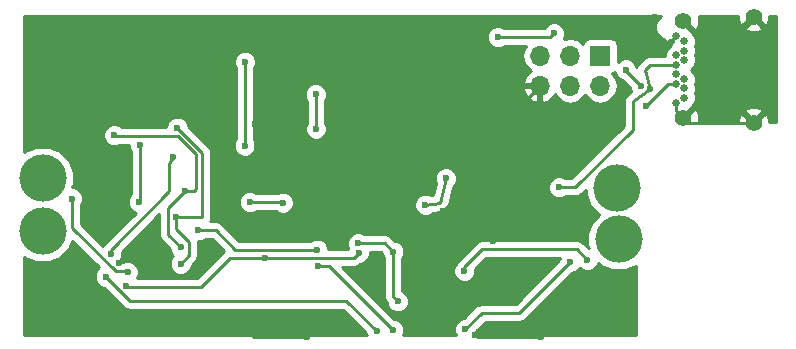
<source format=gbl>
G04 #@! TF.FileFunction,Copper,L2,Bot,Signal*
%FSLAX46Y46*%
G04 Gerber Fmt 4.6, Leading zero omitted, Abs format (unit mm)*
G04 Created by KiCad (PCBNEW 4.0.7) date 05/22/18 09:46:34*
%MOMM*%
%LPD*%
G01*
G04 APERTURE LIST*
%ADD10C,0.100000*%
%ADD11C,1.400000*%
%ADD12C,0.650000*%
%ADD13R,1.700000X1.700000*%
%ADD14O,1.700000X1.700000*%
%ADD15C,4.000500*%
%ADD16C,0.600000*%
%ADD17C,0.250000*%
%ADD18C,0.254000*%
G04 APERTURE END LIST*
D10*
D11*
X135777200Y-40782200D03*
X135777200Y-32522200D03*
X141727200Y-32162200D03*
X141727200Y-41142200D03*
D12*
X135177200Y-33852200D03*
X135177200Y-35452200D03*
X135177200Y-36252200D03*
X135177200Y-37052200D03*
X135177200Y-37852200D03*
X135177200Y-39452200D03*
X135877200Y-34252200D03*
X135877200Y-35052200D03*
X135877200Y-35852200D03*
X135877200Y-37452200D03*
X135877200Y-38252200D03*
X135877200Y-39052200D03*
D13*
X128727200Y-35483800D03*
D14*
X128727200Y-38023800D03*
X126187200Y-35483800D03*
X126187200Y-38023800D03*
X123647200Y-35483800D03*
X123647200Y-38023800D03*
D15*
X81534000Y-50342800D03*
X81534000Y-45821600D03*
X130302000Y-51028600D03*
X130149600Y-46685200D03*
D16*
X117297200Y-49479200D03*
X115468400Y-48666400D03*
X116763800Y-45237400D03*
X121208800Y-54838600D03*
X119659400Y-51181000D03*
X109702600Y-48691800D03*
X133400800Y-32181800D03*
X127025400Y-44297600D03*
X120167400Y-48336200D03*
X114808000Y-33705800D03*
X113842800Y-40843200D03*
X120218200Y-32588200D03*
X86004400Y-54889400D03*
X87985600Y-53009800D03*
X90144600Y-50977800D03*
X124739400Y-44831000D03*
X119303800Y-45364400D03*
X106045000Y-32537400D03*
X123774200Y-59309000D03*
X118160800Y-59105800D03*
X82448400Y-58674000D03*
X88544400Y-58699400D03*
X86791800Y-48488600D03*
X87325200Y-43764200D03*
X103962200Y-59309000D03*
X98323400Y-58216800D03*
X99491800Y-41300400D03*
X100253800Y-45237400D03*
X117754400Y-56794400D03*
X117475000Y-54838600D03*
X123647200Y-38023800D03*
X119634000Y-39293800D03*
X130911600Y-36652200D03*
X132181600Y-38023800D03*
X132588000Y-39725600D03*
X111607600Y-56286400D03*
X115671600Y-45872400D03*
X113944400Y-48107600D03*
X104673400Y-41681400D03*
X104648000Y-38760400D03*
X120065800Y-33909000D03*
X124841000Y-33578800D03*
X111226600Y-52070000D03*
X108229400Y-51333400D03*
X98679000Y-35991800D03*
X98653600Y-43103800D03*
X89662000Y-47853600D03*
X89789000Y-43078400D03*
X88595200Y-55016400D03*
X100380800Y-52578000D03*
X108305600Y-52171600D03*
X117246400Y-53695600D03*
X127660400Y-52755800D03*
X88747600Y-53797200D03*
X84023200Y-47574200D03*
X93218000Y-53086000D03*
X92938600Y-41579800D03*
X92811600Y-49174400D03*
X94716600Y-50266600D03*
X104800400Y-51917600D03*
X104876600Y-53263800D03*
X111175800Y-58674000D03*
X125272800Y-46634400D03*
X132969000Y-38303200D03*
X87604600Y-42214800D03*
X93218000Y-51714400D03*
X93573600Y-46939200D03*
X86868000Y-54178200D03*
X109880400Y-58826400D03*
X87299800Y-52298600D03*
X92583000Y-44069000D03*
X126212600Y-52933600D03*
X117322600Y-58648600D03*
X99060000Y-47879000D03*
X101879400Y-47929800D03*
D17*
X115468400Y-50088800D02*
X115468400Y-48666400D01*
X115468400Y-48666400D02*
X116484400Y-48666400D01*
X116484400Y-48666400D02*
X117297200Y-49479200D01*
X117297200Y-49479200D02*
X116484400Y-48666400D01*
X115468400Y-48666400D02*
X116738400Y-47396400D01*
X116738400Y-47396400D02*
X116738400Y-45262800D01*
X116738400Y-45262800D02*
X116763800Y-45237400D01*
X123444000Y-53340000D02*
X122707400Y-53340000D01*
X122707400Y-53340000D02*
X121208800Y-54838600D01*
X120980200Y-48361600D02*
X120192800Y-48361600D01*
X120192800Y-48361600D02*
X120980200Y-48361600D01*
X120192800Y-48361600D02*
X120167400Y-48336200D01*
X115925600Y-54914800D02*
X117398800Y-54914800D01*
X117398800Y-54914800D02*
X117475000Y-54838600D01*
X127482600Y-43840400D02*
X127025400Y-44297600D01*
X127482600Y-43840400D02*
X127482600Y-43180000D01*
X120192800Y-48361600D02*
X120167400Y-48336200D01*
X113715800Y-38989000D02*
X113715800Y-40716200D01*
X113715800Y-40716200D02*
X113842800Y-40843200D01*
X88112600Y-53009800D02*
X87985600Y-53009800D01*
X90144600Y-50977800D02*
X88112600Y-53009800D01*
X124790200Y-44881800D02*
X124815600Y-44881800D01*
X124739400Y-44831000D02*
X124790200Y-44881800D01*
X123494800Y-44881800D02*
X124815600Y-44881800D01*
X124815600Y-44881800D02*
X125857000Y-44881800D01*
X127482600Y-43256200D02*
X127482600Y-43180000D01*
X127482600Y-43180000D02*
X127482600Y-43154600D01*
X125857000Y-44881800D02*
X127482600Y-43256200D01*
X106045000Y-32537400D02*
X106045000Y-32512000D01*
X141727200Y-41142200D02*
X136137200Y-41142200D01*
X136137200Y-41142200D02*
X135177200Y-40182200D01*
X135177200Y-40182200D02*
X135177200Y-39452200D01*
X118364000Y-59309000D02*
X123774200Y-59309000D01*
X118160800Y-59105800D02*
X118364000Y-59309000D01*
X82448400Y-58674000D02*
X82473800Y-58699400D01*
X82473800Y-58699400D02*
X88544400Y-58699400D01*
X86791800Y-48488600D02*
X87325200Y-47955200D01*
X87325200Y-47955200D02*
X87325200Y-43764200D01*
X99415600Y-59309000D02*
X103962200Y-59309000D01*
X98323400Y-58216800D02*
X99415600Y-59309000D01*
X99491800Y-44475400D02*
X99491800Y-41300400D01*
X100253800Y-45237400D02*
X99491800Y-44475400D01*
X117754400Y-56794400D02*
X117475000Y-56515000D01*
X117475000Y-56515000D02*
X117475000Y-54838600D01*
X123647200Y-38023800D02*
X122377200Y-39293800D01*
X122377200Y-39293800D02*
X119634000Y-39293800D01*
X135177200Y-37852200D02*
X134461400Y-37852200D01*
X130911600Y-36753800D02*
X130911600Y-36652200D01*
X132181600Y-38023800D02*
X130911600Y-36753800D01*
X134461400Y-37852200D02*
X132588000Y-39725600D01*
X111226600Y-55905400D02*
X111226600Y-52070000D01*
X111607600Y-56286400D02*
X111226600Y-55905400D01*
X115214400Y-47955200D02*
X115671600Y-45872400D01*
X113944400Y-48107600D02*
X115214400Y-47955200D01*
X104673400Y-41681400D02*
X104648000Y-41656000D01*
X104648000Y-41656000D02*
X104648000Y-38760400D01*
X124510800Y-33909000D02*
X120065800Y-33909000D01*
X124841000Y-33578800D02*
X124510800Y-33909000D01*
X111226600Y-52070000D02*
X110490000Y-51333400D01*
X110490000Y-51333400D02*
X108229400Y-51333400D01*
X98679000Y-43078400D02*
X98679000Y-35991800D01*
X98653600Y-43103800D02*
X98679000Y-43078400D01*
X89662000Y-47853600D02*
X89789000Y-47726600D01*
X89789000Y-47726600D02*
X89789000Y-43078400D01*
X100380800Y-52578000D02*
X97434400Y-52578000D01*
X88646000Y-55067200D02*
X88595200Y-55016400D01*
X94945200Y-55067200D02*
X88646000Y-55067200D01*
X97434400Y-52578000D02*
X94945200Y-55067200D01*
X107899200Y-52578000D02*
X100380800Y-52578000D01*
X108305600Y-52171600D02*
X107899200Y-52578000D01*
X117246400Y-53365400D02*
X117246400Y-53695600D01*
X118745000Y-51866800D02*
X117246400Y-53365400D01*
X126771400Y-51866800D02*
X118745000Y-51866800D01*
X127660400Y-52755800D02*
X126771400Y-51866800D01*
X88747600Y-53797200D02*
X88696800Y-53746400D01*
X88696800Y-53746400D02*
X87731600Y-53746400D01*
X87731600Y-53746400D02*
X84023200Y-50038000D01*
X84023200Y-50038000D02*
X84023200Y-47574200D01*
X92811600Y-50139600D02*
X92811600Y-49174400D01*
X93929200Y-51257200D02*
X92811600Y-50139600D01*
X93929200Y-52374800D02*
X93929200Y-51257200D01*
X93218000Y-53086000D02*
X93929200Y-52374800D01*
X95072200Y-43713400D02*
X92938600Y-41579800D01*
X95072200Y-49098200D02*
X95072200Y-43713400D01*
X95046800Y-49123600D02*
X95072200Y-49098200D01*
X92862400Y-49123600D02*
X95046800Y-49123600D01*
X92811600Y-49174400D02*
X92862400Y-49123600D01*
X96189800Y-50266600D02*
X94716600Y-50266600D01*
X97840800Y-51917600D02*
X96189800Y-50266600D01*
X104800400Y-51917600D02*
X97840800Y-51917600D01*
X105765600Y-53263800D02*
X104876600Y-53263800D01*
X111175800Y-58674000D02*
X105765600Y-53263800D01*
X132969000Y-38303200D02*
X132515156Y-36678558D01*
X132988000Y-36252200D02*
X135177200Y-36252200D01*
X132515156Y-36678558D02*
X132988000Y-36252200D01*
X126619000Y-46634400D02*
X125272800Y-46634400D01*
X131521200Y-41732200D02*
X126619000Y-46634400D01*
X131521200Y-39344600D02*
X131521200Y-41732200D01*
X132969000Y-38303200D02*
X131521200Y-39344600D01*
X93573600Y-46939200D02*
X94335600Y-46939200D01*
X87655400Y-42265600D02*
X87604600Y-42214800D01*
X92964000Y-42265600D02*
X87655400Y-42265600D01*
X94538800Y-43840400D02*
X92964000Y-42265600D01*
X94538800Y-46736000D02*
X94538800Y-43840400D01*
X94335600Y-46939200D02*
X94538800Y-46736000D01*
X92176600Y-50673000D02*
X93218000Y-51714400D01*
X92176600Y-48336200D02*
X92176600Y-50673000D01*
X93573600Y-46939200D02*
X92176600Y-48336200D01*
X88900000Y-56210200D02*
X86868000Y-54178200D01*
X107264200Y-56210200D02*
X88900000Y-56210200D01*
X109880400Y-58826400D02*
X107264200Y-56210200D01*
X87299800Y-51943000D02*
X87299800Y-52298600D01*
X92278200Y-46964600D02*
X87299800Y-51943000D01*
X92278200Y-44627800D02*
X92278200Y-46964600D01*
X92583000Y-44069000D02*
X92278200Y-44627800D01*
X121894600Y-57251600D02*
X126212600Y-52933600D01*
X118719600Y-57251600D02*
X121894600Y-57251600D01*
X117322600Y-58648600D02*
X118719600Y-57251600D01*
X101828600Y-47879000D02*
X99060000Y-47879000D01*
X101879400Y-47929800D02*
X101828600Y-47879000D01*
D18*
G36*
X128807302Y-53261354D02*
X129775517Y-53663392D01*
X130823884Y-53664307D01*
X131776000Y-53270900D01*
X131776000Y-59106600D01*
X118144825Y-59106600D01*
X118257438Y-58835399D01*
X118257479Y-58788523D01*
X119034402Y-58011600D01*
X121894600Y-58011600D01*
X122185439Y-57953748D01*
X122432001Y-57789001D01*
X126352280Y-53868722D01*
X126397767Y-53868762D01*
X126741543Y-53726717D01*
X127004792Y-53463927D01*
X127016943Y-53434664D01*
X127130073Y-53547992D01*
X127473601Y-53690638D01*
X127845567Y-53690962D01*
X128189343Y-53548917D01*
X128452592Y-53286127D01*
X128564059Y-53017686D01*
X128807302Y-53261354D01*
X128807302Y-53261354D01*
G37*
X128807302Y-53261354D02*
X129775517Y-53663392D01*
X130823884Y-53664307D01*
X131776000Y-53270900D01*
X131776000Y-59106600D01*
X118144825Y-59106600D01*
X118257438Y-58835399D01*
X118257479Y-58788523D01*
X119034402Y-58011600D01*
X121894600Y-58011600D01*
X122185439Y-57953748D01*
X122432001Y-57789001D01*
X126352280Y-53868722D01*
X126397767Y-53868762D01*
X126741543Y-53726717D01*
X127004792Y-53463927D01*
X127016943Y-53434664D01*
X127130073Y-53547992D01*
X127473601Y-53690638D01*
X127845567Y-53690962D01*
X128189343Y-53548917D01*
X128452592Y-53286127D01*
X128564059Y-53017686D01*
X128807302Y-53261354D01*
G36*
X86317250Y-53406852D02*
X86075808Y-53647873D01*
X85933162Y-53991401D01*
X85932838Y-54363367D01*
X86074883Y-54707143D01*
X86337673Y-54970392D01*
X86681201Y-55113038D01*
X86728077Y-55113079D01*
X88362599Y-56747601D01*
X88609161Y-56912348D01*
X88900000Y-56970200D01*
X106949398Y-56970200D01*
X108945278Y-58966080D01*
X108945238Y-59011567D01*
X108984505Y-59106600D01*
X79983800Y-59106600D01*
X79983800Y-52519955D01*
X80039302Y-52575554D01*
X81007517Y-52977592D01*
X82055884Y-52978507D01*
X83024799Y-52578159D01*
X83766754Y-51837498D01*
X84054625Y-51144227D01*
X86317250Y-53406852D01*
X86317250Y-53406852D01*
G37*
X86317250Y-53406852D02*
X86075808Y-53647873D01*
X85933162Y-53991401D01*
X85932838Y-54363367D01*
X86074883Y-54707143D01*
X86337673Y-54970392D01*
X86681201Y-55113038D01*
X86728077Y-55113079D01*
X88362599Y-56747601D01*
X88609161Y-56912348D01*
X88900000Y-56970200D01*
X106949398Y-56970200D01*
X108945278Y-58966080D01*
X108945238Y-59011567D01*
X108984505Y-59106600D01*
X79983800Y-59106600D01*
X79983800Y-52519955D01*
X80039302Y-52575554D01*
X81007517Y-52977592D01*
X82055884Y-52978507D01*
X83024799Y-52578159D01*
X83766754Y-51837498D01*
X84054625Y-51144227D01*
X86317250Y-53406852D01*
G36*
X133586737Y-32422615D02*
X133417393Y-32830439D01*
X133417008Y-33272024D01*
X133585639Y-33680143D01*
X133897615Y-33992663D01*
X134240855Y-34135189D01*
X134317373Y-34319921D01*
X134514525Y-34335270D01*
X134687455Y-34162340D01*
X134747024Y-34162392D01*
X134917339Y-34092019D01*
X134917165Y-34291840D01*
X134694130Y-34514875D01*
X134701537Y-34610018D01*
X134634114Y-34637877D01*
X134363826Y-34907693D01*
X134217367Y-35260406D01*
X134217164Y-35492200D01*
X132988000Y-35492200D01*
X132861460Y-35517371D01*
X132733799Y-35535973D01*
X132716692Y-35546167D01*
X132697161Y-35550052D01*
X132589888Y-35621730D01*
X132479061Y-35687771D01*
X132006216Y-36114129D01*
X131932886Y-36212475D01*
X131852983Y-36305560D01*
X131844754Y-36330674D01*
X131828960Y-36351856D01*
X131817641Y-36396556D01*
X131704717Y-36123257D01*
X131441927Y-35860008D01*
X131098399Y-35717362D01*
X130726433Y-35717038D01*
X130382657Y-35859083D01*
X130224640Y-36016824D01*
X130224640Y-34633800D01*
X130180362Y-34398483D01*
X130041290Y-34182359D01*
X129829090Y-34037369D01*
X129577200Y-33986360D01*
X127877200Y-33986360D01*
X127641883Y-34030638D01*
X127425759Y-34169710D01*
X127280769Y-34381910D01*
X127267114Y-34449341D01*
X127237254Y-34404653D01*
X126755485Y-34082746D01*
X126187200Y-33969707D01*
X125646418Y-34077275D01*
X125775838Y-33765599D01*
X125776162Y-33393633D01*
X125634117Y-33049857D01*
X125371327Y-32786608D01*
X125027799Y-32643962D01*
X124655833Y-32643638D01*
X124312057Y-32785683D01*
X124048808Y-33048473D01*
X124007065Y-33149000D01*
X120628263Y-33149000D01*
X120596127Y-33116808D01*
X120252599Y-32974162D01*
X119880633Y-32973838D01*
X119536857Y-33115883D01*
X119273608Y-33378673D01*
X119130962Y-33722201D01*
X119130638Y-34094167D01*
X119272683Y-34437943D01*
X119535473Y-34701192D01*
X119879001Y-34843838D01*
X120250967Y-34844162D01*
X120594743Y-34702117D01*
X120627918Y-34669000D01*
X122420515Y-34669000D01*
X122275239Y-34886422D01*
X122162200Y-35454707D01*
X122162200Y-35512893D01*
X122275239Y-36081178D01*
X122597146Y-36562947D01*
X122880301Y-36752145D01*
X122880276Y-36752155D01*
X122452017Y-37142442D01*
X122205714Y-37666908D01*
X122326381Y-37896800D01*
X123520200Y-37896800D01*
X123520200Y-37876800D01*
X123774200Y-37876800D01*
X123774200Y-37896800D01*
X123794200Y-37896800D01*
X123794200Y-38150800D01*
X123774200Y-38150800D01*
X123774200Y-39343955D01*
X124004090Y-39465276D01*
X124414124Y-39295445D01*
X124842383Y-38905158D01*
X124909498Y-38762247D01*
X125137146Y-39102947D01*
X125618915Y-39424854D01*
X126187200Y-39537893D01*
X126755485Y-39424854D01*
X127237254Y-39102947D01*
X127457200Y-38773774D01*
X127677146Y-39102947D01*
X128158915Y-39424854D01*
X128727200Y-39537893D01*
X129295485Y-39424854D01*
X129777254Y-39102947D01*
X130099161Y-38621178D01*
X130212200Y-38052893D01*
X130212200Y-37994707D01*
X130099161Y-37426422D01*
X129777254Y-36944653D01*
X129776021Y-36943829D01*
X129812517Y-36936962D01*
X129976443Y-36831478D01*
X129976438Y-36837367D01*
X130118483Y-37181143D01*
X130381273Y-37444392D01*
X130631147Y-37548149D01*
X131246478Y-38163480D01*
X131246438Y-38208967D01*
X131372918Y-38515073D01*
X131077414Y-38727629D01*
X131035221Y-38772840D01*
X130983799Y-38807199D01*
X130935007Y-38880221D01*
X130875091Y-38944423D01*
X130853411Y-39002339D01*
X130819052Y-39053761D01*
X130801919Y-39139893D01*
X130771131Y-39222140D01*
X130773265Y-39283945D01*
X130761200Y-39344600D01*
X130761200Y-41417398D01*
X126304198Y-45874400D01*
X125835263Y-45874400D01*
X125803127Y-45842208D01*
X125459599Y-45699562D01*
X125087633Y-45699238D01*
X124743857Y-45841283D01*
X124480608Y-46104073D01*
X124337962Y-46447601D01*
X124337638Y-46819567D01*
X124479683Y-47163343D01*
X124742473Y-47426592D01*
X125086001Y-47569238D01*
X125457967Y-47569562D01*
X125801743Y-47427517D01*
X125834918Y-47394400D01*
X126619000Y-47394400D01*
X126909839Y-47336548D01*
X127156401Y-47171801D01*
X127514236Y-46813966D01*
X127513893Y-47207084D01*
X127914241Y-48175999D01*
X128654902Y-48917954D01*
X128677055Y-48927153D01*
X128069246Y-49533902D01*
X127667208Y-50502117D01*
X127666293Y-51550484D01*
X127762342Y-51782940D01*
X127308801Y-51329399D01*
X127062239Y-51164652D01*
X126771400Y-51106800D01*
X118745000Y-51106800D01*
X118502414Y-51155054D01*
X118454160Y-51164652D01*
X118207599Y-51329399D01*
X116708999Y-52827999D01*
X116544252Y-53074561D01*
X116544047Y-53075590D01*
X116454208Y-53165273D01*
X116311562Y-53508801D01*
X116311238Y-53880767D01*
X116453283Y-54224543D01*
X116716073Y-54487792D01*
X117059601Y-54630438D01*
X117431567Y-54630762D01*
X117775343Y-54488717D01*
X118038592Y-54225927D01*
X118181238Y-53882399D01*
X118181562Y-53510433D01*
X118179985Y-53506617D01*
X119059802Y-52626800D01*
X125327591Y-52626800D01*
X125277762Y-52746801D01*
X125277721Y-52793677D01*
X121579798Y-56491600D01*
X118719600Y-56491600D01*
X118428760Y-56549452D01*
X118182199Y-56714199D01*
X117182920Y-57713478D01*
X117137433Y-57713438D01*
X116793657Y-57855483D01*
X116530408Y-58118273D01*
X116387762Y-58461801D01*
X116387438Y-58833767D01*
X116500170Y-59106600D01*
X112008572Y-59106600D01*
X112110638Y-58860799D01*
X112110962Y-58488833D01*
X111968917Y-58145057D01*
X111706127Y-57881808D01*
X111362599Y-57739162D01*
X111315723Y-57739121D01*
X106914602Y-53338000D01*
X107899200Y-53338000D01*
X108190039Y-53280148D01*
X108436601Y-53115401D01*
X108445280Y-53106722D01*
X108490767Y-53106762D01*
X108834543Y-52964717D01*
X109097792Y-52701927D01*
X109240438Y-52358399D01*
X109240669Y-52093400D01*
X110175198Y-52093400D01*
X110291478Y-52209680D01*
X110291438Y-52255167D01*
X110433483Y-52598943D01*
X110466600Y-52632118D01*
X110466600Y-55905400D01*
X110524452Y-56196239D01*
X110672485Y-56417786D01*
X110672438Y-56471567D01*
X110814483Y-56815343D01*
X111077273Y-57078592D01*
X111420801Y-57221238D01*
X111792767Y-57221562D01*
X112136543Y-57079517D01*
X112399792Y-56816727D01*
X112542438Y-56473199D01*
X112542762Y-56101233D01*
X112400717Y-55757457D01*
X112137927Y-55494208D01*
X111986600Y-55431371D01*
X111986600Y-52632463D01*
X112018792Y-52600327D01*
X112161438Y-52256799D01*
X112161762Y-51884833D01*
X112019717Y-51541057D01*
X111756927Y-51277808D01*
X111413399Y-51135162D01*
X111366523Y-51135121D01*
X111027401Y-50795999D01*
X110780839Y-50631252D01*
X110490000Y-50573400D01*
X108791863Y-50573400D01*
X108759727Y-50541208D01*
X108416199Y-50398562D01*
X108044233Y-50398238D01*
X107700457Y-50540283D01*
X107437208Y-50803073D01*
X107294562Y-51146601D01*
X107294238Y-51518567D01*
X107417961Y-51818000D01*
X105735487Y-51818000D01*
X105735562Y-51732433D01*
X105593517Y-51388657D01*
X105330727Y-51125408D01*
X104987199Y-50982762D01*
X104615233Y-50982438D01*
X104271457Y-51124483D01*
X104238282Y-51157600D01*
X98155602Y-51157600D01*
X96727201Y-49729199D01*
X96480639Y-49564452D01*
X96189800Y-49506600D01*
X95695796Y-49506600D01*
X95774348Y-49389039D01*
X95832200Y-49098200D01*
X95832200Y-48064167D01*
X98124838Y-48064167D01*
X98266883Y-48407943D01*
X98529673Y-48671192D01*
X98873201Y-48813838D01*
X99245167Y-48814162D01*
X99588943Y-48672117D01*
X99622118Y-48639000D01*
X101266226Y-48639000D01*
X101349073Y-48721992D01*
X101692601Y-48864638D01*
X102064567Y-48864962D01*
X102408343Y-48722917D01*
X102671592Y-48460127D01*
X102741086Y-48292767D01*
X113009238Y-48292767D01*
X113151283Y-48636543D01*
X113414073Y-48899792D01*
X113757601Y-49042438D01*
X114129567Y-49042762D01*
X114473343Y-48900717D01*
X114577115Y-48797126D01*
X115304950Y-48709786D01*
X115325898Y-48702942D01*
X115347930Y-48703377D01*
X115466157Y-48657118D01*
X115586825Y-48617694D01*
X115603557Y-48603356D01*
X115624081Y-48595326D01*
X115715609Y-48507341D01*
X115812001Y-48424744D01*
X115821973Y-48405094D01*
X115837861Y-48389821D01*
X115888754Y-48273503D01*
X115946198Y-48160310D01*
X115947891Y-48138342D01*
X115956726Y-48118150D01*
X116296658Y-46569569D01*
X116463792Y-46402727D01*
X116606438Y-46059199D01*
X116606762Y-45687233D01*
X116464717Y-45343457D01*
X116201927Y-45080208D01*
X115858399Y-44937562D01*
X115486433Y-44937238D01*
X115142657Y-45079283D01*
X114879408Y-45342073D01*
X114736762Y-45685601D01*
X114736438Y-46057567D01*
X114812467Y-46241572D01*
X114587826Y-47264937D01*
X114405787Y-47286781D01*
X114131199Y-47172762D01*
X113759233Y-47172438D01*
X113415457Y-47314483D01*
X113152208Y-47577273D01*
X113009562Y-47920801D01*
X113009238Y-48292767D01*
X102741086Y-48292767D01*
X102814238Y-48116599D01*
X102814562Y-47744633D01*
X102672517Y-47400857D01*
X102409727Y-47137608D01*
X102066199Y-46994962D01*
X101694233Y-46994638D01*
X101393253Y-47119000D01*
X99622463Y-47119000D01*
X99590327Y-47086808D01*
X99246799Y-46944162D01*
X98874833Y-46943838D01*
X98531057Y-47085883D01*
X98267808Y-47348673D01*
X98125162Y-47692201D01*
X98124838Y-48064167D01*
X95832200Y-48064167D01*
X95832200Y-43713400D01*
X95774348Y-43422561D01*
X95685084Y-43288967D01*
X97718438Y-43288967D01*
X97860483Y-43632743D01*
X98123273Y-43895992D01*
X98466801Y-44038638D01*
X98838767Y-44038962D01*
X99182543Y-43896917D01*
X99445792Y-43634127D01*
X99588438Y-43290599D01*
X99588762Y-42918633D01*
X99446717Y-42574857D01*
X99439000Y-42567127D01*
X99439000Y-38945567D01*
X103712838Y-38945567D01*
X103854883Y-39289343D01*
X103888000Y-39322518D01*
X103888000Y-41144293D01*
X103881208Y-41151073D01*
X103738562Y-41494601D01*
X103738238Y-41866567D01*
X103880283Y-42210343D01*
X104143073Y-42473592D01*
X104486601Y-42616238D01*
X104858567Y-42616562D01*
X105202343Y-42474517D01*
X105465592Y-42211727D01*
X105608238Y-41868199D01*
X105608562Y-41496233D01*
X105466517Y-41152457D01*
X105408000Y-41093838D01*
X105408000Y-39322863D01*
X105440192Y-39290727D01*
X105582838Y-38947199D01*
X105583162Y-38575233D01*
X105502780Y-38380692D01*
X122205714Y-38380692D01*
X122452017Y-38905158D01*
X122880276Y-39295445D01*
X123290310Y-39465276D01*
X123520200Y-39343955D01*
X123520200Y-38150800D01*
X122326381Y-38150800D01*
X122205714Y-38380692D01*
X105502780Y-38380692D01*
X105441117Y-38231457D01*
X105178327Y-37968208D01*
X104834799Y-37825562D01*
X104462833Y-37825238D01*
X104119057Y-37967283D01*
X103855808Y-38230073D01*
X103713162Y-38573601D01*
X103712838Y-38945567D01*
X99439000Y-38945567D01*
X99439000Y-36554263D01*
X99471192Y-36522127D01*
X99613838Y-36178599D01*
X99614162Y-35806633D01*
X99472117Y-35462857D01*
X99209327Y-35199608D01*
X98865799Y-35056962D01*
X98493833Y-35056638D01*
X98150057Y-35198683D01*
X97886808Y-35461473D01*
X97744162Y-35805001D01*
X97743838Y-36176967D01*
X97885883Y-36520743D01*
X97919000Y-36553918D01*
X97919000Y-42515981D01*
X97861408Y-42573473D01*
X97718762Y-42917001D01*
X97718438Y-43288967D01*
X95685084Y-43288967D01*
X95609601Y-43175999D01*
X93873722Y-41440120D01*
X93873762Y-41394633D01*
X93731717Y-41050857D01*
X93468927Y-40787608D01*
X93125399Y-40644962D01*
X92753433Y-40644638D01*
X92409657Y-40786683D01*
X92146408Y-41049473D01*
X92003762Y-41393001D01*
X92003664Y-41505600D01*
X88217774Y-41505600D01*
X88134927Y-41422608D01*
X87791399Y-41279962D01*
X87419433Y-41279638D01*
X87075657Y-41421683D01*
X86812408Y-41684473D01*
X86669762Y-42028001D01*
X86669438Y-42399967D01*
X86811483Y-42743743D01*
X87074273Y-43006992D01*
X87417801Y-43149638D01*
X87789767Y-43149962D01*
X88090747Y-43025600D01*
X88854045Y-43025600D01*
X88853838Y-43263567D01*
X88995883Y-43607343D01*
X89029000Y-43640518D01*
X89029000Y-47164359D01*
X88869808Y-47323273D01*
X88727162Y-47666801D01*
X88726838Y-48038767D01*
X88868883Y-48382543D01*
X89131673Y-48645792D01*
X89407622Y-48760376D01*
X86762399Y-51405599D01*
X86643519Y-51583517D01*
X84783200Y-49723198D01*
X84783200Y-48136663D01*
X84815392Y-48104527D01*
X84958038Y-47760999D01*
X84958362Y-47389033D01*
X84816317Y-47045257D01*
X84553527Y-46782008D01*
X84209999Y-46639362D01*
X84047901Y-46639221D01*
X84168792Y-46348083D01*
X84169707Y-45299716D01*
X83769359Y-44330801D01*
X83028698Y-43588846D01*
X82060483Y-43186808D01*
X81012116Y-43185893D01*
X80043201Y-43586241D01*
X79983800Y-43645538D01*
X79983800Y-32155600D01*
X133854218Y-32155600D01*
X133586737Y-32422615D01*
X133586737Y-32422615D01*
G37*
X133586737Y-32422615D02*
X133417393Y-32830439D01*
X133417008Y-33272024D01*
X133585639Y-33680143D01*
X133897615Y-33992663D01*
X134240855Y-34135189D01*
X134317373Y-34319921D01*
X134514525Y-34335270D01*
X134687455Y-34162340D01*
X134747024Y-34162392D01*
X134917339Y-34092019D01*
X134917165Y-34291840D01*
X134694130Y-34514875D01*
X134701537Y-34610018D01*
X134634114Y-34637877D01*
X134363826Y-34907693D01*
X134217367Y-35260406D01*
X134217164Y-35492200D01*
X132988000Y-35492200D01*
X132861460Y-35517371D01*
X132733799Y-35535973D01*
X132716692Y-35546167D01*
X132697161Y-35550052D01*
X132589888Y-35621730D01*
X132479061Y-35687771D01*
X132006216Y-36114129D01*
X131932886Y-36212475D01*
X131852983Y-36305560D01*
X131844754Y-36330674D01*
X131828960Y-36351856D01*
X131817641Y-36396556D01*
X131704717Y-36123257D01*
X131441927Y-35860008D01*
X131098399Y-35717362D01*
X130726433Y-35717038D01*
X130382657Y-35859083D01*
X130224640Y-36016824D01*
X130224640Y-34633800D01*
X130180362Y-34398483D01*
X130041290Y-34182359D01*
X129829090Y-34037369D01*
X129577200Y-33986360D01*
X127877200Y-33986360D01*
X127641883Y-34030638D01*
X127425759Y-34169710D01*
X127280769Y-34381910D01*
X127267114Y-34449341D01*
X127237254Y-34404653D01*
X126755485Y-34082746D01*
X126187200Y-33969707D01*
X125646418Y-34077275D01*
X125775838Y-33765599D01*
X125776162Y-33393633D01*
X125634117Y-33049857D01*
X125371327Y-32786608D01*
X125027799Y-32643962D01*
X124655833Y-32643638D01*
X124312057Y-32785683D01*
X124048808Y-33048473D01*
X124007065Y-33149000D01*
X120628263Y-33149000D01*
X120596127Y-33116808D01*
X120252599Y-32974162D01*
X119880633Y-32973838D01*
X119536857Y-33115883D01*
X119273608Y-33378673D01*
X119130962Y-33722201D01*
X119130638Y-34094167D01*
X119272683Y-34437943D01*
X119535473Y-34701192D01*
X119879001Y-34843838D01*
X120250967Y-34844162D01*
X120594743Y-34702117D01*
X120627918Y-34669000D01*
X122420515Y-34669000D01*
X122275239Y-34886422D01*
X122162200Y-35454707D01*
X122162200Y-35512893D01*
X122275239Y-36081178D01*
X122597146Y-36562947D01*
X122880301Y-36752145D01*
X122880276Y-36752155D01*
X122452017Y-37142442D01*
X122205714Y-37666908D01*
X122326381Y-37896800D01*
X123520200Y-37896800D01*
X123520200Y-37876800D01*
X123774200Y-37876800D01*
X123774200Y-37896800D01*
X123794200Y-37896800D01*
X123794200Y-38150800D01*
X123774200Y-38150800D01*
X123774200Y-39343955D01*
X124004090Y-39465276D01*
X124414124Y-39295445D01*
X124842383Y-38905158D01*
X124909498Y-38762247D01*
X125137146Y-39102947D01*
X125618915Y-39424854D01*
X126187200Y-39537893D01*
X126755485Y-39424854D01*
X127237254Y-39102947D01*
X127457200Y-38773774D01*
X127677146Y-39102947D01*
X128158915Y-39424854D01*
X128727200Y-39537893D01*
X129295485Y-39424854D01*
X129777254Y-39102947D01*
X130099161Y-38621178D01*
X130212200Y-38052893D01*
X130212200Y-37994707D01*
X130099161Y-37426422D01*
X129777254Y-36944653D01*
X129776021Y-36943829D01*
X129812517Y-36936962D01*
X129976443Y-36831478D01*
X129976438Y-36837367D01*
X130118483Y-37181143D01*
X130381273Y-37444392D01*
X130631147Y-37548149D01*
X131246478Y-38163480D01*
X131246438Y-38208967D01*
X131372918Y-38515073D01*
X131077414Y-38727629D01*
X131035221Y-38772840D01*
X130983799Y-38807199D01*
X130935007Y-38880221D01*
X130875091Y-38944423D01*
X130853411Y-39002339D01*
X130819052Y-39053761D01*
X130801919Y-39139893D01*
X130771131Y-39222140D01*
X130773265Y-39283945D01*
X130761200Y-39344600D01*
X130761200Y-41417398D01*
X126304198Y-45874400D01*
X125835263Y-45874400D01*
X125803127Y-45842208D01*
X125459599Y-45699562D01*
X125087633Y-45699238D01*
X124743857Y-45841283D01*
X124480608Y-46104073D01*
X124337962Y-46447601D01*
X124337638Y-46819567D01*
X124479683Y-47163343D01*
X124742473Y-47426592D01*
X125086001Y-47569238D01*
X125457967Y-47569562D01*
X125801743Y-47427517D01*
X125834918Y-47394400D01*
X126619000Y-47394400D01*
X126909839Y-47336548D01*
X127156401Y-47171801D01*
X127514236Y-46813966D01*
X127513893Y-47207084D01*
X127914241Y-48175999D01*
X128654902Y-48917954D01*
X128677055Y-48927153D01*
X128069246Y-49533902D01*
X127667208Y-50502117D01*
X127666293Y-51550484D01*
X127762342Y-51782940D01*
X127308801Y-51329399D01*
X127062239Y-51164652D01*
X126771400Y-51106800D01*
X118745000Y-51106800D01*
X118502414Y-51155054D01*
X118454160Y-51164652D01*
X118207599Y-51329399D01*
X116708999Y-52827999D01*
X116544252Y-53074561D01*
X116544047Y-53075590D01*
X116454208Y-53165273D01*
X116311562Y-53508801D01*
X116311238Y-53880767D01*
X116453283Y-54224543D01*
X116716073Y-54487792D01*
X117059601Y-54630438D01*
X117431567Y-54630762D01*
X117775343Y-54488717D01*
X118038592Y-54225927D01*
X118181238Y-53882399D01*
X118181562Y-53510433D01*
X118179985Y-53506617D01*
X119059802Y-52626800D01*
X125327591Y-52626800D01*
X125277762Y-52746801D01*
X125277721Y-52793677D01*
X121579798Y-56491600D01*
X118719600Y-56491600D01*
X118428760Y-56549452D01*
X118182199Y-56714199D01*
X117182920Y-57713478D01*
X117137433Y-57713438D01*
X116793657Y-57855483D01*
X116530408Y-58118273D01*
X116387762Y-58461801D01*
X116387438Y-58833767D01*
X116500170Y-59106600D01*
X112008572Y-59106600D01*
X112110638Y-58860799D01*
X112110962Y-58488833D01*
X111968917Y-58145057D01*
X111706127Y-57881808D01*
X111362599Y-57739162D01*
X111315723Y-57739121D01*
X106914602Y-53338000D01*
X107899200Y-53338000D01*
X108190039Y-53280148D01*
X108436601Y-53115401D01*
X108445280Y-53106722D01*
X108490767Y-53106762D01*
X108834543Y-52964717D01*
X109097792Y-52701927D01*
X109240438Y-52358399D01*
X109240669Y-52093400D01*
X110175198Y-52093400D01*
X110291478Y-52209680D01*
X110291438Y-52255167D01*
X110433483Y-52598943D01*
X110466600Y-52632118D01*
X110466600Y-55905400D01*
X110524452Y-56196239D01*
X110672485Y-56417786D01*
X110672438Y-56471567D01*
X110814483Y-56815343D01*
X111077273Y-57078592D01*
X111420801Y-57221238D01*
X111792767Y-57221562D01*
X112136543Y-57079517D01*
X112399792Y-56816727D01*
X112542438Y-56473199D01*
X112542762Y-56101233D01*
X112400717Y-55757457D01*
X112137927Y-55494208D01*
X111986600Y-55431371D01*
X111986600Y-52632463D01*
X112018792Y-52600327D01*
X112161438Y-52256799D01*
X112161762Y-51884833D01*
X112019717Y-51541057D01*
X111756927Y-51277808D01*
X111413399Y-51135162D01*
X111366523Y-51135121D01*
X111027401Y-50795999D01*
X110780839Y-50631252D01*
X110490000Y-50573400D01*
X108791863Y-50573400D01*
X108759727Y-50541208D01*
X108416199Y-50398562D01*
X108044233Y-50398238D01*
X107700457Y-50540283D01*
X107437208Y-50803073D01*
X107294562Y-51146601D01*
X107294238Y-51518567D01*
X107417961Y-51818000D01*
X105735487Y-51818000D01*
X105735562Y-51732433D01*
X105593517Y-51388657D01*
X105330727Y-51125408D01*
X104987199Y-50982762D01*
X104615233Y-50982438D01*
X104271457Y-51124483D01*
X104238282Y-51157600D01*
X98155602Y-51157600D01*
X96727201Y-49729199D01*
X96480639Y-49564452D01*
X96189800Y-49506600D01*
X95695796Y-49506600D01*
X95774348Y-49389039D01*
X95832200Y-49098200D01*
X95832200Y-48064167D01*
X98124838Y-48064167D01*
X98266883Y-48407943D01*
X98529673Y-48671192D01*
X98873201Y-48813838D01*
X99245167Y-48814162D01*
X99588943Y-48672117D01*
X99622118Y-48639000D01*
X101266226Y-48639000D01*
X101349073Y-48721992D01*
X101692601Y-48864638D01*
X102064567Y-48864962D01*
X102408343Y-48722917D01*
X102671592Y-48460127D01*
X102741086Y-48292767D01*
X113009238Y-48292767D01*
X113151283Y-48636543D01*
X113414073Y-48899792D01*
X113757601Y-49042438D01*
X114129567Y-49042762D01*
X114473343Y-48900717D01*
X114577115Y-48797126D01*
X115304950Y-48709786D01*
X115325898Y-48702942D01*
X115347930Y-48703377D01*
X115466157Y-48657118D01*
X115586825Y-48617694D01*
X115603557Y-48603356D01*
X115624081Y-48595326D01*
X115715609Y-48507341D01*
X115812001Y-48424744D01*
X115821973Y-48405094D01*
X115837861Y-48389821D01*
X115888754Y-48273503D01*
X115946198Y-48160310D01*
X115947891Y-48138342D01*
X115956726Y-48118150D01*
X116296658Y-46569569D01*
X116463792Y-46402727D01*
X116606438Y-46059199D01*
X116606762Y-45687233D01*
X116464717Y-45343457D01*
X116201927Y-45080208D01*
X115858399Y-44937562D01*
X115486433Y-44937238D01*
X115142657Y-45079283D01*
X114879408Y-45342073D01*
X114736762Y-45685601D01*
X114736438Y-46057567D01*
X114812467Y-46241572D01*
X114587826Y-47264937D01*
X114405787Y-47286781D01*
X114131199Y-47172762D01*
X113759233Y-47172438D01*
X113415457Y-47314483D01*
X113152208Y-47577273D01*
X113009562Y-47920801D01*
X113009238Y-48292767D01*
X102741086Y-48292767D01*
X102814238Y-48116599D01*
X102814562Y-47744633D01*
X102672517Y-47400857D01*
X102409727Y-47137608D01*
X102066199Y-46994962D01*
X101694233Y-46994638D01*
X101393253Y-47119000D01*
X99622463Y-47119000D01*
X99590327Y-47086808D01*
X99246799Y-46944162D01*
X98874833Y-46943838D01*
X98531057Y-47085883D01*
X98267808Y-47348673D01*
X98125162Y-47692201D01*
X98124838Y-48064167D01*
X95832200Y-48064167D01*
X95832200Y-43713400D01*
X95774348Y-43422561D01*
X95685084Y-43288967D01*
X97718438Y-43288967D01*
X97860483Y-43632743D01*
X98123273Y-43895992D01*
X98466801Y-44038638D01*
X98838767Y-44038962D01*
X99182543Y-43896917D01*
X99445792Y-43634127D01*
X99588438Y-43290599D01*
X99588762Y-42918633D01*
X99446717Y-42574857D01*
X99439000Y-42567127D01*
X99439000Y-38945567D01*
X103712838Y-38945567D01*
X103854883Y-39289343D01*
X103888000Y-39322518D01*
X103888000Y-41144293D01*
X103881208Y-41151073D01*
X103738562Y-41494601D01*
X103738238Y-41866567D01*
X103880283Y-42210343D01*
X104143073Y-42473592D01*
X104486601Y-42616238D01*
X104858567Y-42616562D01*
X105202343Y-42474517D01*
X105465592Y-42211727D01*
X105608238Y-41868199D01*
X105608562Y-41496233D01*
X105466517Y-41152457D01*
X105408000Y-41093838D01*
X105408000Y-39322863D01*
X105440192Y-39290727D01*
X105582838Y-38947199D01*
X105583162Y-38575233D01*
X105502780Y-38380692D01*
X122205714Y-38380692D01*
X122452017Y-38905158D01*
X122880276Y-39295445D01*
X123290310Y-39465276D01*
X123520200Y-39343955D01*
X123520200Y-38150800D01*
X122326381Y-38150800D01*
X122205714Y-38380692D01*
X105502780Y-38380692D01*
X105441117Y-38231457D01*
X105178327Y-37968208D01*
X104834799Y-37825562D01*
X104462833Y-37825238D01*
X104119057Y-37967283D01*
X103855808Y-38230073D01*
X103713162Y-38573601D01*
X103712838Y-38945567D01*
X99439000Y-38945567D01*
X99439000Y-36554263D01*
X99471192Y-36522127D01*
X99613838Y-36178599D01*
X99614162Y-35806633D01*
X99472117Y-35462857D01*
X99209327Y-35199608D01*
X98865799Y-35056962D01*
X98493833Y-35056638D01*
X98150057Y-35198683D01*
X97886808Y-35461473D01*
X97744162Y-35805001D01*
X97743838Y-36176967D01*
X97885883Y-36520743D01*
X97919000Y-36553918D01*
X97919000Y-42515981D01*
X97861408Y-42573473D01*
X97718762Y-42917001D01*
X97718438Y-43288967D01*
X95685084Y-43288967D01*
X95609601Y-43175999D01*
X93873722Y-41440120D01*
X93873762Y-41394633D01*
X93731717Y-41050857D01*
X93468927Y-40787608D01*
X93125399Y-40644962D01*
X92753433Y-40644638D01*
X92409657Y-40786683D01*
X92146408Y-41049473D01*
X92003762Y-41393001D01*
X92003664Y-41505600D01*
X88217774Y-41505600D01*
X88134927Y-41422608D01*
X87791399Y-41279962D01*
X87419433Y-41279638D01*
X87075657Y-41421683D01*
X86812408Y-41684473D01*
X86669762Y-42028001D01*
X86669438Y-42399967D01*
X86811483Y-42743743D01*
X87074273Y-43006992D01*
X87417801Y-43149638D01*
X87789767Y-43149962D01*
X88090747Y-43025600D01*
X88854045Y-43025600D01*
X88853838Y-43263567D01*
X88995883Y-43607343D01*
X89029000Y-43640518D01*
X89029000Y-47164359D01*
X88869808Y-47323273D01*
X88727162Y-47666801D01*
X88726838Y-48038767D01*
X88868883Y-48382543D01*
X89131673Y-48645792D01*
X89407622Y-48760376D01*
X86762399Y-51405599D01*
X86643519Y-51583517D01*
X84783200Y-49723198D01*
X84783200Y-48136663D01*
X84815392Y-48104527D01*
X84958038Y-47760999D01*
X84958362Y-47389033D01*
X84816317Y-47045257D01*
X84553527Y-46782008D01*
X84209999Y-46639362D01*
X84047901Y-46639221D01*
X84168792Y-46348083D01*
X84169707Y-45299716D01*
X83769359Y-44330801D01*
X83028698Y-43588846D01*
X82060483Y-43186808D01*
X81012116Y-43185893D01*
X80043201Y-43586241D01*
X79983800Y-43645538D01*
X79983800Y-32155600D01*
X133854218Y-32155600D01*
X133586737Y-32422615D01*
G36*
X91416600Y-50673000D02*
X91474452Y-50963839D01*
X91639199Y-51210401D01*
X92282878Y-51854080D01*
X92282838Y-51899567D01*
X92424883Y-52243343D01*
X92581509Y-52400243D01*
X92425808Y-52555673D01*
X92283162Y-52899201D01*
X92282838Y-53271167D01*
X92424883Y-53614943D01*
X92687673Y-53878192D01*
X93031201Y-54020838D01*
X93403167Y-54021162D01*
X93746943Y-53879117D01*
X94010192Y-53616327D01*
X94152838Y-53272799D01*
X94152879Y-53225923D01*
X94466601Y-52912201D01*
X94631348Y-52665639D01*
X94689200Y-52374800D01*
X94689200Y-51257200D01*
X94678134Y-51201567D01*
X94901767Y-51201762D01*
X95245543Y-51059717D01*
X95278718Y-51026600D01*
X95874998Y-51026600D01*
X96892998Y-52044600D01*
X94630398Y-54307200D01*
X89548233Y-54307200D01*
X89682438Y-53983999D01*
X89682762Y-53612033D01*
X89540717Y-53268257D01*
X89277927Y-53005008D01*
X88934399Y-52862362D01*
X88562433Y-52862038D01*
X88261453Y-52986400D01*
X88046402Y-52986400D01*
X87990372Y-52930370D01*
X88091992Y-52828927D01*
X88234638Y-52485399D01*
X88234962Y-52113433D01*
X88225959Y-52091643D01*
X91416600Y-48901002D01*
X91416600Y-50673000D01*
X91416600Y-50673000D01*
G37*
X91416600Y-50673000D02*
X91474452Y-50963839D01*
X91639199Y-51210401D01*
X92282878Y-51854080D01*
X92282838Y-51899567D01*
X92424883Y-52243343D01*
X92581509Y-52400243D01*
X92425808Y-52555673D01*
X92283162Y-52899201D01*
X92282838Y-53271167D01*
X92424883Y-53614943D01*
X92687673Y-53878192D01*
X93031201Y-54020838D01*
X93403167Y-54021162D01*
X93746943Y-53879117D01*
X94010192Y-53616327D01*
X94152838Y-53272799D01*
X94152879Y-53225923D01*
X94466601Y-52912201D01*
X94631348Y-52665639D01*
X94689200Y-52374800D01*
X94689200Y-51257200D01*
X94678134Y-51201567D01*
X94901767Y-51201762D01*
X95245543Y-51059717D01*
X95278718Y-51026600D01*
X95874998Y-51026600D01*
X96892998Y-52044600D01*
X94630398Y-54307200D01*
X89548233Y-54307200D01*
X89682438Y-53983999D01*
X89682762Y-53612033D01*
X89540717Y-53268257D01*
X89277927Y-53005008D01*
X88934399Y-52862362D01*
X88562433Y-52862038D01*
X88261453Y-52986400D01*
X88046402Y-52986400D01*
X87990372Y-52930370D01*
X88091992Y-52828927D01*
X88234638Y-52485399D01*
X88234962Y-52113433D01*
X88225959Y-52091643D01*
X91416600Y-48901002D01*
X91416600Y-50673000D01*
G36*
X140408536Y-32499640D02*
X140556158Y-32856031D01*
X140791925Y-32917869D01*
X141547595Y-32162200D01*
X141540995Y-32155600D01*
X141913405Y-32155600D01*
X141906805Y-32162200D01*
X142662475Y-32917869D01*
X142898242Y-32856031D01*
X143074619Y-32355078D01*
X143063803Y-32155600D01*
X143612400Y-32155600D01*
X143612400Y-41123400D01*
X143063141Y-41123400D01*
X143045864Y-40804760D01*
X142898242Y-40448369D01*
X142662475Y-40386531D01*
X141925605Y-41123400D01*
X141528795Y-41123400D01*
X140791925Y-40386531D01*
X140556158Y-40448369D01*
X140379781Y-40949322D01*
X140389220Y-41123400D01*
X137072397Y-41123400D01*
X137124619Y-40975078D01*
X137095864Y-40444760D01*
X136997350Y-40206925D01*
X140971531Y-40206925D01*
X141727200Y-40962595D01*
X142482869Y-40206925D01*
X142421031Y-39971158D01*
X141920078Y-39794781D01*
X141389760Y-39823536D01*
X141033369Y-39971158D01*
X140971531Y-40206925D01*
X136997350Y-40206925D01*
X136948242Y-40088369D01*
X136712475Y-40026531D01*
X135956805Y-40782200D01*
X135970948Y-40796343D01*
X135791343Y-40975948D01*
X135777200Y-40961805D01*
X135763058Y-40975948D01*
X135583453Y-40796343D01*
X135597595Y-40782200D01*
X135583452Y-40768058D01*
X135763058Y-40588452D01*
X135777200Y-40602595D01*
X136532869Y-39846925D01*
X136513582Y-39773390D01*
X136690574Y-39596707D01*
X136837033Y-39243994D01*
X136837367Y-38862082D01*
X136750612Y-38652119D01*
X136837033Y-38443994D01*
X136837367Y-38062082D01*
X136750612Y-37852119D01*
X136837033Y-37643994D01*
X136837367Y-37262082D01*
X136691523Y-36909114D01*
X136434846Y-36651988D01*
X136690574Y-36396707D01*
X136837033Y-36043994D01*
X136837367Y-35662082D01*
X136750612Y-35452119D01*
X136837033Y-35243994D01*
X136837367Y-34862082D01*
X136750612Y-34652119D01*
X136837033Y-34443994D01*
X136837367Y-34062082D01*
X136691523Y-33709114D01*
X136513613Y-33530893D01*
X136532869Y-33457475D01*
X135777200Y-32701805D01*
X135763058Y-32715948D01*
X135583453Y-32536343D01*
X135597595Y-32522200D01*
X135583453Y-32508058D01*
X135763058Y-32328453D01*
X135777200Y-32342595D01*
X135791343Y-32328453D01*
X135970948Y-32508058D01*
X135956805Y-32522200D01*
X136712475Y-33277869D01*
X136948242Y-33216031D01*
X136989983Y-33097475D01*
X140971531Y-33097475D01*
X141033369Y-33333242D01*
X141534322Y-33509619D01*
X142064640Y-33480864D01*
X142421031Y-33333242D01*
X142482869Y-33097475D01*
X141727200Y-32341805D01*
X140971531Y-33097475D01*
X136989983Y-33097475D01*
X137124619Y-32715078D01*
X137095864Y-32184760D01*
X137083786Y-32155600D01*
X140389881Y-32155600D01*
X140408536Y-32499640D01*
X140408536Y-32499640D01*
G37*
X140408536Y-32499640D02*
X140556158Y-32856031D01*
X140791925Y-32917869D01*
X141547595Y-32162200D01*
X141540995Y-32155600D01*
X141913405Y-32155600D01*
X141906805Y-32162200D01*
X142662475Y-32917869D01*
X142898242Y-32856031D01*
X143074619Y-32355078D01*
X143063803Y-32155600D01*
X143612400Y-32155600D01*
X143612400Y-41123400D01*
X143063141Y-41123400D01*
X143045864Y-40804760D01*
X142898242Y-40448369D01*
X142662475Y-40386531D01*
X141925605Y-41123400D01*
X141528795Y-41123400D01*
X140791925Y-40386531D01*
X140556158Y-40448369D01*
X140379781Y-40949322D01*
X140389220Y-41123400D01*
X137072397Y-41123400D01*
X137124619Y-40975078D01*
X137095864Y-40444760D01*
X136997350Y-40206925D01*
X140971531Y-40206925D01*
X141727200Y-40962595D01*
X142482869Y-40206925D01*
X142421031Y-39971158D01*
X141920078Y-39794781D01*
X141389760Y-39823536D01*
X141033369Y-39971158D01*
X140971531Y-40206925D01*
X136997350Y-40206925D01*
X136948242Y-40088369D01*
X136712475Y-40026531D01*
X135956805Y-40782200D01*
X135970948Y-40796343D01*
X135791343Y-40975948D01*
X135777200Y-40961805D01*
X135763058Y-40975948D01*
X135583453Y-40796343D01*
X135597595Y-40782200D01*
X135583452Y-40768058D01*
X135763058Y-40588452D01*
X135777200Y-40602595D01*
X136532869Y-39846925D01*
X136513582Y-39773390D01*
X136690574Y-39596707D01*
X136837033Y-39243994D01*
X136837367Y-38862082D01*
X136750612Y-38652119D01*
X136837033Y-38443994D01*
X136837367Y-38062082D01*
X136750612Y-37852119D01*
X136837033Y-37643994D01*
X136837367Y-37262082D01*
X136691523Y-36909114D01*
X136434846Y-36651988D01*
X136690574Y-36396707D01*
X136837033Y-36043994D01*
X136837367Y-35662082D01*
X136750612Y-35452119D01*
X136837033Y-35243994D01*
X136837367Y-34862082D01*
X136750612Y-34652119D01*
X136837033Y-34443994D01*
X136837367Y-34062082D01*
X136691523Y-33709114D01*
X136513613Y-33530893D01*
X136532869Y-33457475D01*
X135777200Y-32701805D01*
X135763058Y-32715948D01*
X135583453Y-32536343D01*
X135597595Y-32522200D01*
X135583453Y-32508058D01*
X135763058Y-32328453D01*
X135777200Y-32342595D01*
X135791343Y-32328453D01*
X135970948Y-32508058D01*
X135956805Y-32522200D01*
X136712475Y-33277869D01*
X136948242Y-33216031D01*
X136989983Y-33097475D01*
X140971531Y-33097475D01*
X141033369Y-33333242D01*
X141534322Y-33509619D01*
X142064640Y-33480864D01*
X142421031Y-33333242D01*
X142482869Y-33097475D01*
X141727200Y-32341805D01*
X140971531Y-33097475D01*
X136989983Y-33097475D01*
X137124619Y-32715078D01*
X137095864Y-32184760D01*
X137083786Y-32155600D01*
X140389881Y-32155600D01*
X140408536Y-32499640D01*
M02*

</source>
